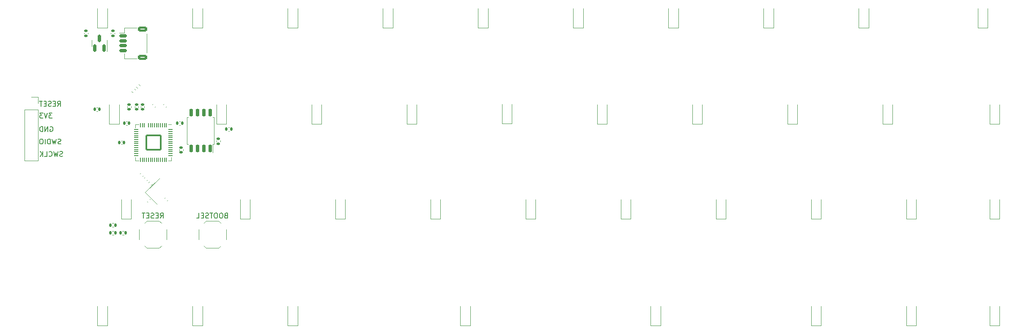
<source format=gbo>
%TF.GenerationSoftware,KiCad,Pcbnew,7.0.6*%
%TF.CreationDate,2023-07-16T16:10:07-04:00*%
%TF.ProjectId,cutiepie2040-hotswap,63757469-6570-4696-9532-3034302d686f,rev?*%
%TF.SameCoordinates,PX2d6b3a0PY6f46b48*%
%TF.FileFunction,Legend,Bot*%
%TF.FilePolarity,Positive*%
%FSLAX46Y46*%
G04 Gerber Fmt 4.6, Leading zero omitted, Abs format (unit mm)*
G04 Created by KiCad (PCBNEW 7.0.6) date 2023-07-16 16:10:07*
%MOMM*%
%LPD*%
G01*
G04 APERTURE LIST*
G04 Aperture macros list*
%AMRoundRect*
0 Rectangle with rounded corners*
0 $1 Rounding radius*
0 $2 $3 $4 $5 $6 $7 $8 $9 X,Y pos of 4 corners*
0 Add a 4 corners polygon primitive as box body*
4,1,4,$2,$3,$4,$5,$6,$7,$8,$9,$2,$3,0*
0 Add four circle primitives for the rounded corners*
1,1,$1+$1,$2,$3*
1,1,$1+$1,$4,$5*
1,1,$1+$1,$6,$7*
1,1,$1+$1,$8,$9*
0 Add four rect primitives between the rounded corners*
20,1,$1+$1,$2,$3,$4,$5,0*
20,1,$1+$1,$4,$5,$6,$7,0*
20,1,$1+$1,$6,$7,$8,$9,0*
20,1,$1+$1,$8,$9,$2,$3,0*%
%AMRotRect*
0 Rectangle, with rotation*
0 The origin of the aperture is its center*
0 $1 length*
0 $2 width*
0 $3 Rotation angle, in degrees counterclockwise*
0 Add horizontal line*
21,1,$1,$2,0,0,$3*%
G04 Aperture macros list end*
%ADD10C,0.150000*%
%ADD11C,0.120000*%
%ADD12C,1.750000*%
%ADD13C,3.000000*%
%ADD14C,3.987800*%
%ADD15R,2.550000X2.500000*%
%ADD16RoundRect,0.140000X0.021213X-0.219203X0.219203X-0.021213X-0.021213X0.219203X-0.219203X0.021213X0*%
%ADD17R,1.200000X0.900000*%
%ADD18R,1.700000X1.000000*%
%ADD19RoundRect,0.135000X0.035355X-0.226274X0.226274X-0.035355X-0.035355X0.226274X-0.226274X0.035355X0*%
%ADD20RoundRect,0.135000X-0.135000X-0.185000X0.135000X-0.185000X0.135000X0.185000X-0.135000X0.185000X0*%
%ADD21RoundRect,0.135000X0.185000X-0.135000X0.185000X0.135000X-0.185000X0.135000X-0.185000X-0.135000X0*%
%ADD22RoundRect,0.140000X0.170000X-0.140000X0.170000X0.140000X-0.170000X0.140000X-0.170000X-0.140000X0*%
%ADD23C,3.048000*%
%ADD24RoundRect,0.140000X-0.170000X0.140000X-0.170000X-0.140000X0.170000X-0.140000X0.170000X0.140000X0*%
%ADD25RoundRect,0.140000X0.140000X0.170000X-0.140000X0.170000X-0.140000X-0.170000X0.140000X-0.170000X0*%
%ADD26RoundRect,0.135000X-0.226274X-0.035355X-0.035355X-0.226274X0.226274X0.035355X0.035355X0.226274X0*%
%ADD27R,2.550000X2.000000*%
%ADD28RoundRect,0.140000X-0.021213X0.219203X-0.219203X0.021213X0.021213X-0.219203X0.219203X-0.021213X0*%
%ADD29RoundRect,0.140000X-0.140000X-0.170000X0.140000X-0.170000X0.140000X0.170000X-0.140000X0.170000X0*%
%ADD30RoundRect,0.150000X0.150000X-0.587500X0.150000X0.587500X-0.150000X0.587500X-0.150000X-0.587500X0*%
%ADD31RoundRect,0.150000X0.150000X-0.650000X0.150000X0.650000X-0.150000X0.650000X-0.150000X-0.650000X0*%
%ADD32RoundRect,0.050000X0.387500X0.050000X-0.387500X0.050000X-0.387500X-0.050000X0.387500X-0.050000X0*%
%ADD33RoundRect,0.050000X0.050000X0.387500X-0.050000X0.387500X-0.050000X-0.387500X0.050000X-0.387500X0*%
%ADD34RoundRect,0.144000X1.456000X1.456000X-1.456000X1.456000X-1.456000X-1.456000X1.456000X-1.456000X0*%
%ADD35R,1.700000X1.700000*%
%ADD36O,1.700000X1.700000*%
%ADD37RoundRect,0.140000X0.219203X0.021213X0.021213X0.219203X-0.219203X-0.021213X-0.021213X-0.219203X0*%
%ADD38RoundRect,0.150000X-0.625000X0.150000X-0.625000X-0.150000X0.625000X-0.150000X0.625000X0.150000X0*%
%ADD39RoundRect,0.229167X-0.670833X0.320833X-0.670833X-0.320833X0.670833X-0.320833X0.670833X0.320833X0*%
%ADD40RotRect,1.400000X1.200000X45.000000*%
G04 APERTURE END LIST*
D10*
X6000606Y48765615D02*
X5381559Y48765615D01*
X5381559Y48765615D02*
X5714892Y48384663D01*
X5714892Y48384663D02*
X5572035Y48384663D01*
X5572035Y48384663D02*
X5476797Y48337044D01*
X5476797Y48337044D02*
X5429178Y48289425D01*
X5429178Y48289425D02*
X5381559Y48194187D01*
X5381559Y48194187D02*
X5381559Y47956092D01*
X5381559Y47956092D02*
X5429178Y47860854D01*
X5429178Y47860854D02*
X5476797Y47813234D01*
X5476797Y47813234D02*
X5572035Y47765615D01*
X5572035Y47765615D02*
X5857749Y47765615D01*
X5857749Y47765615D02*
X5952987Y47813234D01*
X5952987Y47813234D02*
X6000606Y47860854D01*
X5095844Y48765615D02*
X4762511Y47765615D01*
X4762511Y47765615D02*
X4429178Y48765615D01*
X4191082Y48765615D02*
X3572035Y48765615D01*
X3572035Y48765615D02*
X3905368Y48384663D01*
X3905368Y48384663D02*
X3762511Y48384663D01*
X3762511Y48384663D02*
X3667273Y48337044D01*
X3667273Y48337044D02*
X3619654Y48289425D01*
X3619654Y48289425D02*
X3572035Y48194187D01*
X3572035Y48194187D02*
X3572035Y47956092D01*
X3572035Y47956092D02*
X3619654Y47860854D01*
X3619654Y47860854D02*
X3667273Y47813234D01*
X3667273Y47813234D02*
X3762511Y47765615D01*
X3762511Y47765615D02*
X4048225Y47765615D01*
X4048225Y47765615D02*
X4143463Y47813234D01*
X4143463Y47813234D02*
X4191082Y47860854D01*
X7107864Y50146871D02*
X7441197Y50623062D01*
X7679292Y50146871D02*
X7679292Y51146871D01*
X7679292Y51146871D02*
X7298340Y51146871D01*
X7298340Y51146871D02*
X7203102Y51099252D01*
X7203102Y51099252D02*
X7155483Y51051633D01*
X7155483Y51051633D02*
X7107864Y50956395D01*
X7107864Y50956395D02*
X7107864Y50813538D01*
X7107864Y50813538D02*
X7155483Y50718300D01*
X7155483Y50718300D02*
X7203102Y50670681D01*
X7203102Y50670681D02*
X7298340Y50623062D01*
X7298340Y50623062D02*
X7679292Y50623062D01*
X6679292Y50670681D02*
X6345959Y50670681D01*
X6203102Y50146871D02*
X6679292Y50146871D01*
X6679292Y50146871D02*
X6679292Y51146871D01*
X6679292Y51146871D02*
X6203102Y51146871D01*
X5822149Y50194490D02*
X5679292Y50146871D01*
X5679292Y50146871D02*
X5441197Y50146871D01*
X5441197Y50146871D02*
X5345959Y50194490D01*
X5345959Y50194490D02*
X5298340Y50242110D01*
X5298340Y50242110D02*
X5250721Y50337348D01*
X5250721Y50337348D02*
X5250721Y50432586D01*
X5250721Y50432586D02*
X5298340Y50527824D01*
X5298340Y50527824D02*
X5345959Y50575443D01*
X5345959Y50575443D02*
X5441197Y50623062D01*
X5441197Y50623062D02*
X5631673Y50670681D01*
X5631673Y50670681D02*
X5726911Y50718300D01*
X5726911Y50718300D02*
X5774530Y50765919D01*
X5774530Y50765919D02*
X5822149Y50861157D01*
X5822149Y50861157D02*
X5822149Y50956395D01*
X5822149Y50956395D02*
X5774530Y51051633D01*
X5774530Y51051633D02*
X5726911Y51099252D01*
X5726911Y51099252D02*
X5631673Y51146871D01*
X5631673Y51146871D02*
X5393578Y51146871D01*
X5393578Y51146871D02*
X5250721Y51099252D01*
X4822149Y50670681D02*
X4488816Y50670681D01*
X4345959Y50146871D02*
X4822149Y50146871D01*
X4822149Y50146871D02*
X4822149Y51146871D01*
X4822149Y51146871D02*
X4345959Y51146871D01*
X4060244Y51146871D02*
X3488816Y51146871D01*
X3774530Y50146871D02*
X3774530Y51146871D01*
X5611784Y46039083D02*
X5707022Y46086702D01*
X5707022Y46086702D02*
X5849879Y46086702D01*
X5849879Y46086702D02*
X5992736Y46039083D01*
X5992736Y46039083D02*
X6087974Y45943845D01*
X6087974Y45943845D02*
X6135593Y45848607D01*
X6135593Y45848607D02*
X6183212Y45658131D01*
X6183212Y45658131D02*
X6183212Y45515274D01*
X6183212Y45515274D02*
X6135593Y45324798D01*
X6135593Y45324798D02*
X6087974Y45229560D01*
X6087974Y45229560D02*
X5992736Y45134321D01*
X5992736Y45134321D02*
X5849879Y45086702D01*
X5849879Y45086702D02*
X5754641Y45086702D01*
X5754641Y45086702D02*
X5611784Y45134321D01*
X5611784Y45134321D02*
X5564165Y45181941D01*
X5564165Y45181941D02*
X5564165Y45515274D01*
X5564165Y45515274D02*
X5754641Y45515274D01*
X5135593Y45086702D02*
X5135593Y46086702D01*
X5135593Y46086702D02*
X4564165Y45086702D01*
X4564165Y45086702D02*
X4564165Y46086702D01*
X4087974Y45086702D02*
X4087974Y46086702D01*
X4087974Y46086702D02*
X3849879Y46086702D01*
X3849879Y46086702D02*
X3707022Y46039083D01*
X3707022Y46039083D02*
X3611784Y45943845D01*
X3611784Y45943845D02*
X3564165Y45848607D01*
X3564165Y45848607D02*
X3516546Y45658131D01*
X3516546Y45658131D02*
X3516546Y45515274D01*
X3516546Y45515274D02*
X3564165Y45324798D01*
X3564165Y45324798D02*
X3611784Y45229560D01*
X3611784Y45229560D02*
X3707022Y45134321D01*
X3707022Y45134321D02*
X3849879Y45086702D01*
X3849879Y45086702D02*
X4087974Y45086702D01*
X8111784Y40130594D02*
X7968927Y40082975D01*
X7968927Y40082975D02*
X7730832Y40082975D01*
X7730832Y40082975D02*
X7635594Y40130594D01*
X7635594Y40130594D02*
X7587975Y40178214D01*
X7587975Y40178214D02*
X7540356Y40273452D01*
X7540356Y40273452D02*
X7540356Y40368690D01*
X7540356Y40368690D02*
X7587975Y40463928D01*
X7587975Y40463928D02*
X7635594Y40511547D01*
X7635594Y40511547D02*
X7730832Y40559166D01*
X7730832Y40559166D02*
X7921308Y40606785D01*
X7921308Y40606785D02*
X8016546Y40654404D01*
X8016546Y40654404D02*
X8064165Y40702023D01*
X8064165Y40702023D02*
X8111784Y40797261D01*
X8111784Y40797261D02*
X8111784Y40892499D01*
X8111784Y40892499D02*
X8064165Y40987737D01*
X8064165Y40987737D02*
X8016546Y41035356D01*
X8016546Y41035356D02*
X7921308Y41082975D01*
X7921308Y41082975D02*
X7683213Y41082975D01*
X7683213Y41082975D02*
X7540356Y41035356D01*
X7207022Y41082975D02*
X6968927Y40082975D01*
X6968927Y40082975D02*
X6778451Y40797261D01*
X6778451Y40797261D02*
X6587975Y40082975D01*
X6587975Y40082975D02*
X6349880Y41082975D01*
X5397499Y40178214D02*
X5445118Y40130594D01*
X5445118Y40130594D02*
X5587975Y40082975D01*
X5587975Y40082975D02*
X5683213Y40082975D01*
X5683213Y40082975D02*
X5826070Y40130594D01*
X5826070Y40130594D02*
X5921308Y40225833D01*
X5921308Y40225833D02*
X5968927Y40321071D01*
X5968927Y40321071D02*
X6016546Y40511547D01*
X6016546Y40511547D02*
X6016546Y40654404D01*
X6016546Y40654404D02*
X5968927Y40844880D01*
X5968927Y40844880D02*
X5921308Y40940118D01*
X5921308Y40940118D02*
X5826070Y41035356D01*
X5826070Y41035356D02*
X5683213Y41082975D01*
X5683213Y41082975D02*
X5587975Y41082975D01*
X5587975Y41082975D02*
X5445118Y41035356D01*
X5445118Y41035356D02*
X5397499Y40987737D01*
X4492737Y40082975D02*
X4968927Y40082975D01*
X4968927Y40082975D02*
X4968927Y41082975D01*
X4159403Y40082975D02*
X4159403Y41082975D01*
X3587975Y40082975D02*
X4016546Y40654404D01*
X3587975Y41082975D02*
X4159403Y40511547D01*
X7768926Y42630594D02*
X7626069Y42582975D01*
X7626069Y42582975D02*
X7387974Y42582975D01*
X7387974Y42582975D02*
X7292736Y42630594D01*
X7292736Y42630594D02*
X7245117Y42678214D01*
X7245117Y42678214D02*
X7197498Y42773452D01*
X7197498Y42773452D02*
X7197498Y42868690D01*
X7197498Y42868690D02*
X7245117Y42963928D01*
X7245117Y42963928D02*
X7292736Y43011547D01*
X7292736Y43011547D02*
X7387974Y43059166D01*
X7387974Y43059166D02*
X7578450Y43106785D01*
X7578450Y43106785D02*
X7673688Y43154404D01*
X7673688Y43154404D02*
X7721307Y43202023D01*
X7721307Y43202023D02*
X7768926Y43297261D01*
X7768926Y43297261D02*
X7768926Y43392499D01*
X7768926Y43392499D02*
X7721307Y43487737D01*
X7721307Y43487737D02*
X7673688Y43535356D01*
X7673688Y43535356D02*
X7578450Y43582975D01*
X7578450Y43582975D02*
X7340355Y43582975D01*
X7340355Y43582975D02*
X7197498Y43535356D01*
X6864164Y43582975D02*
X6626069Y42582975D01*
X6626069Y42582975D02*
X6435593Y43297261D01*
X6435593Y43297261D02*
X6245117Y42582975D01*
X6245117Y42582975D02*
X6007022Y43582975D01*
X5626069Y42582975D02*
X5626069Y43582975D01*
X5626069Y43582975D02*
X5387974Y43582975D01*
X5387974Y43582975D02*
X5245117Y43535356D01*
X5245117Y43535356D02*
X5149879Y43440118D01*
X5149879Y43440118D02*
X5102260Y43344880D01*
X5102260Y43344880D02*
X5054641Y43154404D01*
X5054641Y43154404D02*
X5054641Y43011547D01*
X5054641Y43011547D02*
X5102260Y42821071D01*
X5102260Y42821071D02*
X5149879Y42725833D01*
X5149879Y42725833D02*
X5245117Y42630594D01*
X5245117Y42630594D02*
X5387974Y42582975D01*
X5387974Y42582975D02*
X5626069Y42582975D01*
X4626069Y42582975D02*
X4626069Y43582975D01*
X3959403Y43582975D02*
X3768927Y43582975D01*
X3768927Y43582975D02*
X3673689Y43535356D01*
X3673689Y43535356D02*
X3578451Y43440118D01*
X3578451Y43440118D02*
X3530832Y43249642D01*
X3530832Y43249642D02*
X3530832Y42916309D01*
X3530832Y42916309D02*
X3578451Y42725833D01*
X3578451Y42725833D02*
X3673689Y42630594D01*
X3673689Y42630594D02*
X3768927Y42582975D01*
X3768927Y42582975D02*
X3959403Y42582975D01*
X3959403Y42582975D02*
X4054641Y42630594D01*
X4054641Y42630594D02*
X4149879Y42725833D01*
X4149879Y42725833D02*
X4197498Y42916309D01*
X4197498Y42916309D02*
X4197498Y43249642D01*
X4197498Y43249642D02*
X4149879Y43440118D01*
X4149879Y43440118D02*
X4054641Y43535356D01*
X4054641Y43535356D02*
X3959403Y43582975D01*
X27646197Y27703055D02*
X27979530Y28179246D01*
X28217625Y27703055D02*
X28217625Y28703055D01*
X28217625Y28703055D02*
X27836673Y28703055D01*
X27836673Y28703055D02*
X27741435Y28655436D01*
X27741435Y28655436D02*
X27693816Y28607817D01*
X27693816Y28607817D02*
X27646197Y28512579D01*
X27646197Y28512579D02*
X27646197Y28369722D01*
X27646197Y28369722D02*
X27693816Y28274484D01*
X27693816Y28274484D02*
X27741435Y28226865D01*
X27741435Y28226865D02*
X27836673Y28179246D01*
X27836673Y28179246D02*
X28217625Y28179246D01*
X27217625Y28226865D02*
X26884292Y28226865D01*
X26741435Y27703055D02*
X27217625Y27703055D01*
X27217625Y27703055D02*
X27217625Y28703055D01*
X27217625Y28703055D02*
X26741435Y28703055D01*
X26360482Y27750674D02*
X26217625Y27703055D01*
X26217625Y27703055D02*
X25979530Y27703055D01*
X25979530Y27703055D02*
X25884292Y27750674D01*
X25884292Y27750674D02*
X25836673Y27798294D01*
X25836673Y27798294D02*
X25789054Y27893532D01*
X25789054Y27893532D02*
X25789054Y27988770D01*
X25789054Y27988770D02*
X25836673Y28084008D01*
X25836673Y28084008D02*
X25884292Y28131627D01*
X25884292Y28131627D02*
X25979530Y28179246D01*
X25979530Y28179246D02*
X26170006Y28226865D01*
X26170006Y28226865D02*
X26265244Y28274484D01*
X26265244Y28274484D02*
X26312863Y28322103D01*
X26312863Y28322103D02*
X26360482Y28417341D01*
X26360482Y28417341D02*
X26360482Y28512579D01*
X26360482Y28512579D02*
X26312863Y28607817D01*
X26312863Y28607817D02*
X26265244Y28655436D01*
X26265244Y28655436D02*
X26170006Y28703055D01*
X26170006Y28703055D02*
X25931911Y28703055D01*
X25931911Y28703055D02*
X25789054Y28655436D01*
X25360482Y28226865D02*
X25027149Y28226865D01*
X24884292Y27703055D02*
X25360482Y27703055D01*
X25360482Y27703055D02*
X25360482Y28703055D01*
X25360482Y28703055D02*
X24884292Y28703055D01*
X24598577Y28703055D02*
X24027149Y28703055D01*
X24312863Y27703055D02*
X24312863Y28703055D01*
X40790572Y28226865D02*
X40647715Y28179246D01*
X40647715Y28179246D02*
X40600096Y28131627D01*
X40600096Y28131627D02*
X40552477Y28036389D01*
X40552477Y28036389D02*
X40552477Y27893532D01*
X40552477Y27893532D02*
X40600096Y27798294D01*
X40600096Y27798294D02*
X40647715Y27750674D01*
X40647715Y27750674D02*
X40742953Y27703055D01*
X40742953Y27703055D02*
X41123905Y27703055D01*
X41123905Y27703055D02*
X41123905Y28703055D01*
X41123905Y28703055D02*
X40790572Y28703055D01*
X40790572Y28703055D02*
X40695334Y28655436D01*
X40695334Y28655436D02*
X40647715Y28607817D01*
X40647715Y28607817D02*
X40600096Y28512579D01*
X40600096Y28512579D02*
X40600096Y28417341D01*
X40600096Y28417341D02*
X40647715Y28322103D01*
X40647715Y28322103D02*
X40695334Y28274484D01*
X40695334Y28274484D02*
X40790572Y28226865D01*
X40790572Y28226865D02*
X41123905Y28226865D01*
X39933429Y28703055D02*
X39742953Y28703055D01*
X39742953Y28703055D02*
X39647715Y28655436D01*
X39647715Y28655436D02*
X39552477Y28560198D01*
X39552477Y28560198D02*
X39504858Y28369722D01*
X39504858Y28369722D02*
X39504858Y28036389D01*
X39504858Y28036389D02*
X39552477Y27845913D01*
X39552477Y27845913D02*
X39647715Y27750674D01*
X39647715Y27750674D02*
X39742953Y27703055D01*
X39742953Y27703055D02*
X39933429Y27703055D01*
X39933429Y27703055D02*
X40028667Y27750674D01*
X40028667Y27750674D02*
X40123905Y27845913D01*
X40123905Y27845913D02*
X40171524Y28036389D01*
X40171524Y28036389D02*
X40171524Y28369722D01*
X40171524Y28369722D02*
X40123905Y28560198D01*
X40123905Y28560198D02*
X40028667Y28655436D01*
X40028667Y28655436D02*
X39933429Y28703055D01*
X38885810Y28703055D02*
X38695334Y28703055D01*
X38695334Y28703055D02*
X38600096Y28655436D01*
X38600096Y28655436D02*
X38504858Y28560198D01*
X38504858Y28560198D02*
X38457239Y28369722D01*
X38457239Y28369722D02*
X38457239Y28036389D01*
X38457239Y28036389D02*
X38504858Y27845913D01*
X38504858Y27845913D02*
X38600096Y27750674D01*
X38600096Y27750674D02*
X38695334Y27703055D01*
X38695334Y27703055D02*
X38885810Y27703055D01*
X38885810Y27703055D02*
X38981048Y27750674D01*
X38981048Y27750674D02*
X39076286Y27845913D01*
X39076286Y27845913D02*
X39123905Y28036389D01*
X39123905Y28036389D02*
X39123905Y28369722D01*
X39123905Y28369722D02*
X39076286Y28560198D01*
X39076286Y28560198D02*
X38981048Y28655436D01*
X38981048Y28655436D02*
X38885810Y28703055D01*
X38171524Y28703055D02*
X37600096Y28703055D01*
X37885810Y27703055D02*
X37885810Y28703055D01*
X37314381Y27750674D02*
X37171524Y27703055D01*
X37171524Y27703055D02*
X36933429Y27703055D01*
X36933429Y27703055D02*
X36838191Y27750674D01*
X36838191Y27750674D02*
X36790572Y27798294D01*
X36790572Y27798294D02*
X36742953Y27893532D01*
X36742953Y27893532D02*
X36742953Y27988770D01*
X36742953Y27988770D02*
X36790572Y28084008D01*
X36790572Y28084008D02*
X36838191Y28131627D01*
X36838191Y28131627D02*
X36933429Y28179246D01*
X36933429Y28179246D02*
X37123905Y28226865D01*
X37123905Y28226865D02*
X37219143Y28274484D01*
X37219143Y28274484D02*
X37266762Y28322103D01*
X37266762Y28322103D02*
X37314381Y28417341D01*
X37314381Y28417341D02*
X37314381Y28512579D01*
X37314381Y28512579D02*
X37266762Y28607817D01*
X37266762Y28607817D02*
X37219143Y28655436D01*
X37219143Y28655436D02*
X37123905Y28703055D01*
X37123905Y28703055D02*
X36885810Y28703055D01*
X36885810Y28703055D02*
X36742953Y28655436D01*
X36314381Y28226865D02*
X35981048Y28226865D01*
X35838191Y27703055D02*
X36314381Y27703055D01*
X36314381Y27703055D02*
X36314381Y28703055D01*
X36314381Y28703055D02*
X35838191Y28703055D01*
X34933429Y27703055D02*
X35409619Y27703055D01*
X35409619Y27703055D02*
X35409619Y28703055D01*
D11*
%TO.C,C_1V-Decoup2*%
X28244262Y50482340D02*
X28396765Y50634843D01*
X28753379Y49973223D02*
X28905882Y50125726D01*
%TO.C,D6*%
X38885891Y46565862D02*
X38885891Y50465862D01*
X40885891Y46565862D02*
X38885891Y46565862D01*
X40885891Y46565862D02*
X40885891Y50465862D01*
%TO.C,D14*%
X76985923Y46565862D02*
X76985923Y50465862D01*
X78985923Y46565862D02*
X76985923Y46565862D01*
X78985923Y46565862D02*
X78985923Y50465862D01*
%TO.C,C_Crystal1*%
X28500165Y31688195D02*
X28652668Y31840698D01*
X29009282Y31179078D02*
X29161785Y31331581D01*
%TO.C,SW2*%
X23443816Y23407874D02*
X23443816Y25407874D01*
X24493816Y26707874D02*
X24943816Y27157874D01*
X24493816Y22107874D02*
X24943816Y21657874D01*
X24943816Y27157874D02*
X27443816Y27157874D01*
X24943816Y21657874D02*
X27443816Y21657874D01*
X27893816Y26707874D02*
X27443816Y27157874D01*
X27893816Y22107874D02*
X27443816Y21657874D01*
X28943816Y23407874D02*
X28943816Y25407874D01*
%TO.C,D37*%
X193667271Y27515846D02*
X193667271Y31415846D01*
X195667271Y27515846D02*
X193667271Y27515846D01*
X195667271Y27515846D02*
X195667271Y31415846D01*
%TO.C,R_Crystal1*%
X25296504Y34827078D02*
X25513785Y35044359D01*
X25833905Y34289677D02*
X26051186Y34506958D01*
%TO.C,R_Flash2*%
X18003435Y25085531D02*
X18310717Y25085531D01*
X18003435Y24325531D02*
X18310717Y24325531D01*
%TO.C,D17*%
X96035939Y46701801D02*
X96035939Y50601801D01*
X98035939Y46701801D02*
X96035939Y46701801D01*
X98035939Y46701801D02*
X98035939Y50601801D01*
%TO.C,R_Flash1*%
X38910724Y43006624D02*
X38910724Y43313906D01*
X39670724Y43006624D02*
X39670724Y43313906D01*
%TO.C,SW1*%
X35350096Y23407874D02*
X35350096Y25407874D01*
X36400096Y26707874D02*
X36850096Y27157874D01*
X36400096Y22107874D02*
X36850096Y21657874D01*
X36850096Y27157874D02*
X39350096Y27157874D01*
X36850096Y21657874D02*
X39350096Y21657874D01*
X39800096Y26707874D02*
X39350096Y27157874D01*
X39800096Y22107874D02*
X39350096Y21657874D01*
X40850096Y23407874D02*
X40850096Y25407874D01*
%TO.C,R_Flash3*%
X20087035Y25085531D02*
X20394317Y25085531D01*
X20087035Y24325531D02*
X20394317Y24325531D01*
%TO.C,D8*%
X34123387Y6084578D02*
X34123387Y9984578D01*
X36123387Y6084578D02*
X34123387Y6084578D01*
X36123387Y6084578D02*
X36123387Y9984578D01*
%TO.C,D20*%
X110323718Y65913453D02*
X110323718Y69813453D01*
X112323718Y65913453D02*
X110323718Y65913453D01*
X112323718Y65913453D02*
X112323718Y69813453D01*
%TO.C,D15*%
X81748427Y27515846D02*
X81748427Y31415846D01*
X83748427Y27515846D02*
X81748427Y27515846D01*
X83748427Y27515846D02*
X83748427Y31415846D01*
%TO.C,D31*%
X167473499Y65913453D02*
X167473499Y69813453D01*
X169473499Y65913453D02*
X167473499Y65913453D01*
X169473499Y65913453D02*
X169473499Y69813453D01*
%TO.C,C_3V-Decoup2*%
X21071304Y49898540D02*
X21071304Y50114212D01*
X21791304Y49898540D02*
X21791304Y50114212D01*
%TO.C,D13*%
X72223622Y65913453D02*
X72223622Y69813453D01*
X74223622Y65913453D02*
X72223622Y65913453D01*
X74223622Y65913453D02*
X74223622Y69813453D01*
%TO.C,D23*%
X125801589Y6084578D02*
X125801589Y9984578D01*
X127801589Y6084578D02*
X125801589Y6084578D01*
X127801589Y6084578D02*
X127801589Y9984578D01*
%TO.C,C_3V-Decoup7*%
X22559589Y49898540D02*
X22559589Y50114212D01*
X23279589Y49898540D02*
X23279589Y50114212D01*
%TO.C,D32*%
X172236003Y46565862D02*
X172236003Y50465862D01*
X174236003Y46565862D02*
X172236003Y46565862D01*
X174236003Y46565862D02*
X174236003Y50465862D01*
%TO.C,D4*%
X15073371Y6084578D02*
X15073371Y9984578D01*
X17073371Y6084578D02*
X15073371Y6084578D01*
X17073371Y6084578D02*
X17073371Y9984578D01*
%TO.C,C_3V-Decoup9*%
X32209299Y41482159D02*
X32209299Y41266487D01*
X31489299Y41482159D02*
X31489299Y41266487D01*
%TO.C,C_3V-Decoup4*%
X20050855Y42502608D02*
X19835183Y42502608D01*
X20050855Y43222608D02*
X19835183Y43222608D01*
%TO.C,D26*%
X138898475Y27515846D02*
X138898475Y31415846D01*
X140898475Y27515846D02*
X138898475Y27515846D01*
X140898475Y27515846D02*
X140898475Y31415846D01*
%TO.C,D28*%
X153185987Y46565862D02*
X153185987Y50465862D01*
X155185987Y46565862D02*
X153185987Y46565862D01*
X155185987Y46565862D02*
X155185987Y50465862D01*
%TO.C,R_DATA1*%
X23377306Y54550915D02*
X23594587Y54333634D01*
X22839905Y54013514D02*
X23057186Y53796233D01*
%TO.C,C_3V-Decoup8*%
X25111685Y35381681D02*
X24959182Y35229178D01*
X24602568Y35890798D02*
X24450065Y35738295D01*
%TO.C,C_Flash1*%
X41266487Y45901521D02*
X41482159Y45901521D01*
X41266487Y45181521D02*
X41482159Y45181521D01*
%TO.C,D10*%
X57935907Y46565862D02*
X57935907Y50465862D01*
X59935907Y46565862D02*
X57935907Y46565862D01*
X59935907Y46565862D02*
X59935907Y50465862D01*
%TO.C,D35*%
X191286019Y65913453D02*
X191286019Y69813453D01*
X193286019Y65913453D02*
X191286019Y65913453D01*
X193286019Y65913453D02*
X193286019Y69813453D01*
%TO.C,D38*%
X193667271Y6084578D02*
X193667271Y9984578D01*
X195667271Y6084578D02*
X193667271Y6084578D01*
X195667271Y6084578D02*
X195667271Y9984578D01*
%TO.C,D19*%
X87701557Y6084578D02*
X87701557Y9984578D01*
X89701557Y6084578D02*
X87701557Y6084578D01*
X89701557Y6084578D02*
X89701557Y9984578D01*
%TO.C,U3*%
X13918164Y62805627D02*
X13918164Y62155627D01*
X13918164Y62805627D02*
X13918164Y63455627D01*
X17038164Y62805627D02*
X17038164Y61130627D01*
X17038164Y62805627D02*
X17038164Y63455627D01*
%TO.C,D25*%
X134135971Y46565862D02*
X134135971Y50465862D01*
X136135971Y46565862D02*
X134135971Y46565862D01*
X136135971Y46565862D02*
X136135971Y50465862D01*
%TO.C,D11*%
X62698411Y27515846D02*
X62698411Y31415846D01*
X64698411Y27515846D02*
X62698411Y27515846D01*
X64698411Y27515846D02*
X64698411Y31415846D01*
%TO.C,C_1V-Decoup3*%
X24269784Y36223582D02*
X24117281Y36071079D01*
X23760667Y36732699D02*
X23608164Y36580196D01*
%TO.C,D18*%
X100798443Y27515846D02*
X100798443Y31415846D01*
X102798443Y27515846D02*
X100798443Y27515846D01*
X102798443Y27515846D02*
X102798443Y31415846D01*
%TO.C,D34*%
X176998507Y6084578D02*
X176998507Y9984578D01*
X178998507Y6084578D02*
X176998507Y6084578D01*
X178998507Y6084578D02*
X178998507Y9984578D01*
%TO.C,D2*%
X17454623Y46565862D02*
X17454623Y50465862D01*
X19454623Y46565862D02*
X17454623Y46565862D01*
X19454623Y46565862D02*
X19454623Y50465862D01*
%TO.C,D3*%
X19835875Y27515846D02*
X19835875Y31415846D01*
X21835875Y27515846D02*
X19835875Y27515846D01*
X21835875Y27515846D02*
X21835875Y31415846D01*
%TO.C,D29*%
X157948491Y27515846D02*
X157948491Y31415846D01*
X159948491Y27515846D02*
X157948491Y27515846D01*
X159948491Y27515846D02*
X159948491Y31415846D01*
%TO.C,D16*%
X91273670Y65913453D02*
X91273670Y69813453D01*
X93273670Y65913453D02*
X91273670Y65913453D01*
X93273670Y65913453D02*
X93273670Y69813453D01*
%TO.C,C_3V-Decoup6*%
X31443806Y47092149D02*
X31659478Y47092149D01*
X31443806Y46372149D02*
X31659478Y46372149D01*
%TO.C,D30*%
X157948491Y6084578D02*
X157948491Y9984578D01*
X159948491Y6084578D02*
X157948491Y6084578D01*
X159948491Y6084578D02*
X159948491Y9984578D01*
%TO.C,D1*%
X15073478Y65913453D02*
X15073478Y69813453D01*
X17073478Y65913453D02*
X15073478Y65913453D01*
X17073478Y65913453D02*
X17073478Y69813453D01*
%TO.C,C_3V-Decoup1*%
X15106000Y49166376D02*
X14890328Y49166376D01*
X15106000Y49886376D02*
X14890328Y49886376D01*
%TO.C,C_LD1*%
X17797077Y64677791D02*
X17797077Y64893463D01*
X18517077Y64677791D02*
X18517077Y64893463D01*
%TO.C,R_RST1*%
X18003436Y26687874D02*
X18310718Y26687874D01*
X18003436Y25927874D02*
X18310718Y25927874D01*
%TO.C,U2*%
X32993700Y42518984D02*
X33253700Y42518984D01*
X38183700Y42518984D02*
X38183700Y40843984D01*
X38443700Y42518984D02*
X38183700Y42518984D01*
X32993700Y45243984D02*
X32993700Y42518984D01*
X32993700Y45243984D02*
X32993700Y47968984D01*
X38443700Y45243984D02*
X38443700Y42518984D01*
X38443700Y45243984D02*
X38443700Y47968984D01*
X32993700Y47968984D02*
X33253700Y47968984D01*
X38443700Y47968984D02*
X38183700Y47968984D01*
%TO.C,D33*%
X176998507Y27515846D02*
X176998507Y31415846D01*
X178998507Y27515846D02*
X176998507Y27515846D01*
X178998507Y27515846D02*
X178998507Y31415846D01*
%TO.C,D36*%
X193667271Y46565862D02*
X193667271Y50465862D01*
X195667271Y46565862D02*
X193667271Y46565862D01*
X195667271Y46565862D02*
X195667271Y50465862D01*
%TO.C,D7*%
X43648395Y27515846D02*
X43648395Y31415846D01*
X45648395Y27515846D02*
X43648395Y27515846D01*
X45648395Y27515846D02*
X45648395Y31415846D01*
%TO.C,D12*%
X53173403Y6084578D02*
X53173403Y9984578D01*
X55173403Y6084578D02*
X53173403Y6084578D01*
X55173403Y6084578D02*
X55173403Y9984578D01*
%TO.C,C_1V-Decoup1*%
X23750217Y49898540D02*
X23750217Y50114212D01*
X24470217Y49898540D02*
X24470217Y50114212D01*
%TO.C,C_3V-Decoup3*%
X26086790Y50482340D02*
X26239293Y50634843D01*
X26595907Y49973223D02*
X26748410Y50125726D01*
%TO.C,D22*%
X119848459Y27515846D02*
X119848459Y31415846D01*
X121848459Y27515846D02*
X119848459Y27515846D01*
X121848459Y27515846D02*
X121848459Y31415846D01*
%TO.C,U1*%
X29888188Y39252608D02*
X29888188Y39902608D01*
X29238188Y39252608D02*
X29888188Y39252608D01*
X29238188Y46472608D02*
X29888188Y46472608D01*
X23318188Y39252608D02*
X22668188Y39252608D01*
X23318188Y46472608D02*
X22668188Y46472608D01*
X22668188Y39252608D02*
X22668188Y39902608D01*
X22668188Y46472608D02*
X22668188Y45822608D01*
%TO.C,J2*%
X3179880Y39222794D02*
X519880Y39222794D01*
X3179880Y49442794D02*
X3179880Y39222794D01*
X3179880Y49442794D02*
X519880Y49442794D01*
X3179880Y50712794D02*
X3179880Y52042794D01*
X3179880Y52042794D02*
X1849880Y52042794D01*
X519880Y49442794D02*
X519880Y39222794D01*
%TO.C,D27*%
X148423483Y65913453D02*
X148423483Y69813453D01*
X150423483Y65913453D02*
X148423483Y65913453D01*
X150423483Y65913453D02*
X150423483Y69813453D01*
%TO.C,C_Crystal2*%
X25156127Y30887064D02*
X25003624Y31039567D01*
X25665244Y31396181D02*
X25512741Y31548684D01*
%TO.C,D9*%
X53173574Y65913453D02*
X53173574Y69813453D01*
X55173574Y65913453D02*
X53173574Y65913453D01*
X55173574Y65913453D02*
X55173574Y69813453D01*
%TO.C,D24*%
X129373467Y65913453D02*
X129373467Y69813453D01*
X131373467Y65913453D02*
X129373467Y65913453D01*
X131373467Y65913453D02*
X131373467Y69813453D01*
%TO.C,C_3V-Decoup5*%
X21059140Y46372149D02*
X20843468Y46372149D01*
X21059140Y47092149D02*
X20843468Y47092149D01*
%TO.C,R_DATA2*%
X22484335Y53657944D02*
X22701616Y53440663D01*
X21946934Y53120543D02*
X22164215Y52903262D01*
%TO.C,C_LD2*%
X12439251Y64677791D02*
X12439251Y64893463D01*
X13159251Y64677791D02*
X13159251Y64893463D01*
%TO.C,J1*%
X22964880Y65915627D02*
X20464880Y65915627D01*
X20464880Y65915627D02*
X20464880Y64865627D01*
X20464880Y64865627D02*
X19474880Y64865627D01*
X24934880Y64745627D02*
X24934880Y60865627D01*
X22964880Y59695627D02*
X20464880Y59695627D01*
X20464880Y59695627D02*
X20464880Y60745627D01*
%TO.C,D21*%
X115085955Y46565862D02*
X115085955Y50465862D01*
X117085955Y46565862D02*
X115085955Y46565862D01*
X117085955Y46565862D02*
X117085955Y50465862D01*
%TO.C,Y1*%
X24647772Y32864664D02*
X27476199Y35693091D01*
X26981225Y30531211D02*
X24647772Y32864664D01*
%TO.C,D5*%
X34123526Y65913453D02*
X34123526Y69813453D01*
X36123526Y65913453D02*
X34123526Y65913453D01*
X36123526Y65913453D02*
X36123526Y69813453D01*
%TD*%
%LPC*%
D12*
%TO.C,MX35*%
X190817380Y71437794D03*
D13*
X188277380Y76517794D03*
D14*
X185737380Y71437794D03*
D13*
X181927380Y73977794D03*
D12*
X180657380Y71437794D03*
D15*
X178652380Y73977794D03*
X191579380Y76517794D03*
%TD*%
D16*
%TO.C,C_1V-Decoup2*%
X28235661Y49964622D03*
X28914483Y50643444D03*
%TD*%
D12*
%TO.C,MX4*%
X14604880Y14287794D03*
D13*
X12064880Y19367794D03*
D14*
X9524880Y14287794D03*
D13*
X5714880Y16827794D03*
D12*
X4444880Y14287794D03*
D15*
X2439880Y16827794D03*
X15366880Y19367794D03*
%TD*%
D12*
%TO.C,MX1*%
X14604880Y71437794D03*
D13*
X12064880Y76517794D03*
D14*
X9524880Y71437794D03*
D13*
X5714880Y73977794D03*
D12*
X4444880Y71437794D03*
D15*
X2439880Y73977794D03*
X15366880Y76517794D03*
%TD*%
D17*
%TO.C,D6*%
X39885891Y47165862D03*
X39885891Y50465862D03*
%TD*%
%TO.C,D14*%
X77985923Y47165862D03*
X77985923Y50465862D03*
%TD*%
D16*
%TO.C,C_Crystal1*%
X28491564Y31170477D03*
X29170386Y31849299D03*
%TD*%
D18*
%TO.C,SW2*%
X23043816Y22507874D03*
X29343816Y22507874D03*
X23043816Y26307874D03*
X29343816Y26307874D03*
%TD*%
D12*
%TO.C,MX22*%
X119379880Y33337794D03*
D13*
X116839880Y38417794D03*
D14*
X114299880Y33337794D03*
D13*
X110489880Y35877794D03*
D12*
X109219880Y33337794D03*
D15*
X107214880Y35877794D03*
X120141880Y38417794D03*
%TD*%
D17*
%TO.C,D37*%
X194667271Y28115846D03*
X194667271Y31415846D03*
%TD*%
D19*
%TO.C,R_Crystal1*%
X25313221Y34306394D03*
X26034469Y35027642D03*
%TD*%
D12*
%TO.C,MX17*%
X95567380Y52387794D03*
D13*
X93027380Y57467794D03*
D14*
X90487380Y52387794D03*
D13*
X86677380Y54927794D03*
D12*
X85407380Y52387794D03*
D15*
X83402380Y54927794D03*
X96329380Y57467794D03*
%TD*%
D12*
%TO.C,MX2*%
X16986130Y52387794D03*
D13*
X14446130Y57467794D03*
D14*
X11906130Y52387794D03*
D13*
X8096130Y54927794D03*
D12*
X6826130Y52387794D03*
D15*
X4821130Y54927794D03*
X17748130Y57467794D03*
%TD*%
D12*
%TO.C,MX11*%
X62229880Y33337794D03*
D13*
X59689880Y38417794D03*
D14*
X57149880Y33337794D03*
D13*
X53339880Y35877794D03*
D12*
X52069880Y33337794D03*
D15*
X50064880Y35877794D03*
X62991880Y38417794D03*
%TD*%
D20*
%TO.C,R_Flash2*%
X17647076Y24705531D03*
X18667076Y24705531D03*
%TD*%
D12*
%TO.C,MX10*%
X57467380Y52387794D03*
D13*
X54927380Y57467794D03*
D14*
X52387380Y52387794D03*
D13*
X48577380Y54927794D03*
D12*
X47307380Y52387794D03*
D15*
X45302380Y54927794D03*
X58229380Y57467794D03*
%TD*%
D12*
%TO.C,MX18*%
X100329880Y33337794D03*
D13*
X97789880Y38417794D03*
D14*
X95249880Y33337794D03*
D13*
X91439880Y35877794D03*
D12*
X90169880Y33337794D03*
D15*
X88164880Y35877794D03*
X101091880Y38417794D03*
%TD*%
D17*
%TO.C,D17*%
X97035939Y47301801D03*
X97035939Y50601801D03*
%TD*%
D12*
%TO.C,MX30*%
X157479880Y14287794D03*
D13*
X154939880Y19367794D03*
D14*
X152399880Y14287794D03*
D13*
X148589880Y16827794D03*
D12*
X147319880Y14287794D03*
D15*
X145314880Y16827794D03*
X158241880Y19367794D03*
%TD*%
D21*
%TO.C,R_Flash1*%
X39290724Y42650265D03*
X39290724Y43670265D03*
%TD*%
D18*
%TO.C,SW1*%
X34950096Y22507874D03*
X41250096Y22507874D03*
X34950096Y26307874D03*
X41250096Y26307874D03*
%TD*%
D20*
%TO.C,R_Flash3*%
X19730676Y24705531D03*
X20750676Y24705531D03*
%TD*%
D17*
%TO.C,D8*%
X35123387Y6684578D03*
X35123387Y9984578D03*
%TD*%
%TO.C,D20*%
X111323718Y66513453D03*
X111323718Y69813453D03*
%TD*%
%TO.C,D15*%
X82748427Y28115846D03*
X82748427Y31415846D03*
%TD*%
%TO.C,D31*%
X168473499Y66513453D03*
X168473499Y69813453D03*
%TD*%
D22*
%TO.C,C_3V-Decoup2*%
X21431304Y49526376D03*
X21431304Y50486376D03*
%TD*%
D23*
%TO.C,MX23*%
X131000380Y2540024D03*
D14*
X131000380Y17780024D03*
D12*
X124142380Y9525024D03*
D13*
X121602380Y14605024D03*
D14*
X119062380Y9525024D03*
D13*
X115252380Y12065024D03*
D12*
X113982380Y9525024D03*
D23*
X107124380Y2540024D03*
D14*
X107124380Y17780024D03*
D15*
X111977380Y12065024D03*
X124904380Y14605024D03*
%TD*%
D17*
%TO.C,D13*%
X73223622Y66513453D03*
X73223622Y69813453D03*
%TD*%
%TO.C,D23*%
X126801589Y6684578D03*
X126801589Y9984578D03*
%TD*%
D12*
%TO.C,MX33*%
X176529880Y33337794D03*
D13*
X173989880Y38417794D03*
D14*
X171449880Y33337794D03*
D13*
X167639880Y35877794D03*
D12*
X166369880Y33337794D03*
D15*
X164364880Y35877794D03*
X177291880Y38417794D03*
%TD*%
D22*
%TO.C,C_3V-Decoup7*%
X22919589Y49526376D03*
X22919589Y50486376D03*
%TD*%
D17*
%TO.C,D32*%
X173236003Y47165862D03*
X173236003Y50465862D03*
%TD*%
%TO.C,D4*%
X16073371Y6684578D03*
X16073371Y9984578D03*
%TD*%
D12*
%TO.C,MX13*%
X71754880Y71437794D03*
D13*
X69214880Y76517794D03*
D14*
X66674880Y71437794D03*
D13*
X62864880Y73977794D03*
D12*
X61594880Y71437794D03*
D15*
X59589880Y73977794D03*
X72516880Y76517794D03*
%TD*%
D24*
%TO.C,C_3V-Decoup9*%
X31849299Y41854323D03*
X31849299Y40894323D03*
%TD*%
D25*
%TO.C,C_3V-Decoup4*%
X20423019Y42862608D03*
X19463019Y42862608D03*
%TD*%
D17*
%TO.C,D26*%
X139898475Y28115846D03*
X139898475Y31415846D03*
%TD*%
D12*
%TO.C,MX29*%
X157479880Y33337794D03*
D13*
X154939880Y38417794D03*
D14*
X152399880Y33337794D03*
D13*
X148589880Y35877794D03*
D12*
X147319880Y33337794D03*
D15*
X145314880Y35877794D03*
X158241880Y38417794D03*
%TD*%
D17*
%TO.C,D28*%
X154185987Y47165862D03*
X154185987Y50465862D03*
%TD*%
D12*
%TO.C,MX15*%
X81279880Y33337794D03*
D13*
X78739880Y38417794D03*
D14*
X76199880Y33337794D03*
D13*
X72389880Y35877794D03*
D12*
X71119880Y33337794D03*
D15*
X69114880Y35877794D03*
X82041880Y38417794D03*
%TD*%
D26*
%TO.C,R_DATA1*%
X22856622Y54534198D03*
X23577870Y53812950D03*
%TD*%
D23*
%TO.C,MX39*%
X128587380Y2540024D03*
D14*
X128587380Y17780024D03*
D12*
X105092380Y9525024D03*
D13*
X102552380Y14605024D03*
D14*
X100012380Y9525024D03*
D13*
X96202380Y12065024D03*
D12*
X94932380Y9525024D03*
D23*
X71437380Y2540024D03*
D14*
X71437380Y17780024D03*
D15*
X92927380Y12065024D03*
D27*
X105854380Y14605024D03*
%TD*%
D12*
%TO.C,MX14*%
X76517380Y52387794D03*
D13*
X73977380Y57467794D03*
D14*
X71437380Y52387794D03*
D13*
X67627380Y54927794D03*
D12*
X66357380Y52387794D03*
D15*
X64352380Y54927794D03*
X77279380Y57467794D03*
%TD*%
D12*
%TO.C,MX16*%
X90804880Y71437794D03*
D13*
X88264880Y76517794D03*
D14*
X85724880Y71437794D03*
D13*
X81914880Y73977794D03*
D12*
X80644880Y71437794D03*
D15*
X78639880Y73977794D03*
X91566880Y76517794D03*
%TD*%
D12*
%TO.C,MX5*%
X33654880Y71437794D03*
D13*
X31114880Y76517794D03*
D14*
X28574880Y71437794D03*
D13*
X24764880Y73977794D03*
D12*
X23494880Y71437794D03*
D15*
X21489880Y73977794D03*
X34416880Y76517794D03*
%TD*%
D28*
%TO.C,C_3V-Decoup8*%
X25120286Y35899399D03*
X24441464Y35220577D03*
%TD*%
D12*
%TO.C,MX24*%
X128904880Y71437794D03*
D13*
X126364880Y76517794D03*
D14*
X123824880Y71437794D03*
D13*
X120014880Y73977794D03*
D12*
X118744880Y71437794D03*
D15*
X116739880Y73977794D03*
X129666880Y76517794D03*
%TD*%
D29*
%TO.C,C_Flash1*%
X40894323Y45541521D03*
X41854323Y45541521D03*
%TD*%
D12*
%TO.C,MX21*%
X114617380Y52387794D03*
D13*
X112077380Y57467794D03*
D14*
X109537380Y52387794D03*
D13*
X105727380Y54927794D03*
D12*
X104457380Y52387794D03*
D15*
X102452380Y54927794D03*
X115379380Y57467794D03*
%TD*%
D12*
%TO.C,MX32*%
X171767380Y52387794D03*
D13*
X169227380Y57467794D03*
D14*
X166687380Y52387794D03*
D13*
X162877380Y54927794D03*
D12*
X161607380Y52387794D03*
D15*
X159602380Y54927794D03*
X172529380Y57467794D03*
%TD*%
D12*
%TO.C,MX38*%
X195579880Y14287794D03*
D13*
X193039880Y19367794D03*
D14*
X190499880Y14287794D03*
D13*
X186689880Y16827794D03*
D12*
X185419880Y14287794D03*
D15*
X183414880Y16827794D03*
X196341880Y19367794D03*
%TD*%
D17*
%TO.C,D10*%
X58935907Y47165862D03*
X58935907Y50465862D03*
%TD*%
D12*
%TO.C,MX20*%
X109854880Y71437794D03*
D13*
X107314880Y76517794D03*
D14*
X104774880Y71437794D03*
D13*
X100964880Y73977794D03*
D12*
X99694880Y71437794D03*
D15*
X97689880Y73977794D03*
X110616880Y76517794D03*
%TD*%
D17*
%TO.C,D35*%
X192286019Y66513453D03*
X192286019Y69813453D03*
%TD*%
D12*
%TO.C,MX6*%
X38417380Y52387794D03*
D13*
X35877380Y57467794D03*
D14*
X33337380Y52387794D03*
D13*
X29527380Y54927794D03*
D12*
X28257380Y52387794D03*
D15*
X26252380Y54927794D03*
X39179380Y57467794D03*
%TD*%
D17*
%TO.C,D38*%
X194667271Y6684578D03*
X194667271Y9984578D03*
%TD*%
%TO.C,D19*%
X88701557Y6684578D03*
X88701557Y9984578D03*
%TD*%
D30*
%TO.C,U3*%
X16428164Y61868127D03*
X14528164Y61868127D03*
X15478164Y63743127D03*
%TD*%
D12*
%TO.C,MX36*%
X193198630Y52387794D03*
D13*
X190658630Y57467794D03*
D14*
X188118630Y52387794D03*
D13*
X184308630Y54927794D03*
D12*
X183038630Y52387794D03*
D15*
X181033630Y54927794D03*
X193960630Y57467794D03*
%TD*%
D17*
%TO.C,D25*%
X135135971Y47165862D03*
X135135971Y50465862D03*
%TD*%
D12*
%TO.C,MX37*%
X195579880Y33337794D03*
D13*
X193039880Y38417794D03*
D14*
X190499880Y33337794D03*
D13*
X186689880Y35877794D03*
D12*
X185419880Y33337794D03*
D15*
X183414880Y35877794D03*
X196341880Y38417794D03*
%TD*%
D12*
%TO.C,MX8*%
X33654880Y14287794D03*
D13*
X31114880Y19367794D03*
D14*
X28574880Y14287794D03*
D13*
X24764880Y16827794D03*
D12*
X23494880Y14287794D03*
D15*
X21489880Y16827794D03*
X34416880Y19367794D03*
%TD*%
D17*
%TO.C,D11*%
X63698411Y28115846D03*
X63698411Y31415846D03*
%TD*%
D28*
%TO.C,C_1V-Decoup3*%
X24278385Y36741300D03*
X23599563Y36062478D03*
%TD*%
D12*
%TO.C,MX26*%
X138429880Y33337794D03*
D13*
X135889880Y38417794D03*
D14*
X133349880Y33337794D03*
D13*
X129539880Y35877794D03*
D12*
X128269880Y33337794D03*
D15*
X126264880Y35877794D03*
X139191880Y38417794D03*
%TD*%
D17*
%TO.C,D18*%
X101798443Y28115846D03*
X101798443Y31415846D03*
%TD*%
D12*
%TO.C,MX9*%
X52704880Y71437794D03*
D13*
X50164880Y76517794D03*
D14*
X47624880Y71437794D03*
D13*
X43814880Y73977794D03*
D12*
X42544880Y71437794D03*
D15*
X40539880Y73977794D03*
X53466880Y76517794D03*
%TD*%
D17*
%TO.C,D34*%
X177998507Y6684578D03*
X177998507Y9984578D03*
%TD*%
%TO.C,D2*%
X18454623Y47165862D03*
X18454623Y50465862D03*
%TD*%
%TO.C,D3*%
X20835875Y28115846D03*
X20835875Y31415846D03*
%TD*%
%TO.C,D29*%
X158948491Y28115846D03*
X158948491Y31415846D03*
%TD*%
%TO.C,D16*%
X92273670Y66513453D03*
X92273670Y69813453D03*
%TD*%
D29*
%TO.C,C_3V-Decoup6*%
X31071642Y46732149D03*
X32031642Y46732149D03*
%TD*%
D17*
%TO.C,D30*%
X158948491Y6684578D03*
X158948491Y9984578D03*
%TD*%
%TO.C,D1*%
X16073478Y66513453D03*
X16073478Y69813453D03*
%TD*%
D25*
%TO.C,C_3V-Decoup1*%
X15478164Y49526376D03*
X14518164Y49526376D03*
%TD*%
D22*
%TO.C,C_LD1*%
X18157077Y64305627D03*
X18157077Y65265627D03*
%TD*%
D12*
%TO.C,MX7*%
X43179880Y33337794D03*
D13*
X40639880Y38417794D03*
D14*
X38099880Y33337794D03*
D13*
X34289880Y35877794D03*
D12*
X33019880Y33337794D03*
D15*
X31014880Y35877794D03*
X43941880Y38417794D03*
%TD*%
D20*
%TO.C,R_RST1*%
X17647077Y26307874D03*
X18667077Y26307874D03*
%TD*%
D12*
%TO.C,MX12*%
X52704880Y14287794D03*
D13*
X50164880Y19367794D03*
D14*
X47624880Y14287794D03*
D13*
X43814880Y16827794D03*
D12*
X42544880Y14287794D03*
D15*
X40539880Y16827794D03*
X53466880Y19367794D03*
%TD*%
D12*
%TO.C,MX3*%
X19367380Y33337794D03*
D13*
X16827380Y38417794D03*
D14*
X14287380Y33337794D03*
D13*
X10477380Y35877794D03*
D12*
X9207380Y33337794D03*
D15*
X7202380Y35877794D03*
X20129380Y38417794D03*
%TD*%
D31*
%TO.C,U2*%
X37623700Y41643984D03*
X36353700Y41643984D03*
X35083700Y41643984D03*
X33813700Y41643984D03*
X33813700Y48843984D03*
X35083700Y48843984D03*
X36353700Y48843984D03*
X37623700Y48843984D03*
%TD*%
D17*
%TO.C,D33*%
X177998507Y28115846D03*
X177998507Y31415846D03*
%TD*%
%TO.C,D36*%
X194667271Y47165862D03*
X194667271Y50465862D03*
%TD*%
%TO.C,D7*%
X44648395Y28115846D03*
X44648395Y31415846D03*
%TD*%
%TO.C,D12*%
X54173403Y6684578D03*
X54173403Y9984578D03*
%TD*%
D22*
%TO.C,C_1V-Decoup1*%
X24110217Y49526376D03*
X24110217Y50486376D03*
%TD*%
D16*
%TO.C,C_3V-Decoup3*%
X26078189Y49964622D03*
X26757011Y50643444D03*
%TD*%
D12*
%TO.C,MX27*%
X147954880Y71437794D03*
D13*
X145414880Y76517794D03*
D14*
X142874880Y71437794D03*
D13*
X139064880Y73977794D03*
D12*
X137794880Y71437794D03*
D15*
X135789880Y73977794D03*
X148716880Y76517794D03*
%TD*%
D17*
%TO.C,D22*%
X120848459Y28115846D03*
X120848459Y31415846D03*
%TD*%
D32*
%TO.C,U1*%
X29715688Y45462608D03*
X29715688Y45062608D03*
X29715688Y44662608D03*
X29715688Y44262608D03*
X29715688Y43862608D03*
X29715688Y43462608D03*
X29715688Y43062608D03*
X29715688Y42662608D03*
X29715688Y42262608D03*
X29715688Y41862608D03*
X29715688Y41462608D03*
X29715688Y41062608D03*
X29715688Y40662608D03*
X29715688Y40262608D03*
D33*
X28878188Y39425108D03*
X28478188Y39425108D03*
X28078188Y39425108D03*
X27678188Y39425108D03*
X27278188Y39425108D03*
X26878188Y39425108D03*
X26478188Y39425108D03*
X26078188Y39425108D03*
X25678188Y39425108D03*
X25278188Y39425108D03*
X24878188Y39425108D03*
X24478188Y39425108D03*
X24078188Y39425108D03*
X23678188Y39425108D03*
D32*
X22840688Y40262608D03*
X22840688Y40662608D03*
X22840688Y41062608D03*
X22840688Y41462608D03*
X22840688Y41862608D03*
X22840688Y42262608D03*
X22840688Y42662608D03*
X22840688Y43062608D03*
X22840688Y43462608D03*
X22840688Y43862608D03*
X22840688Y44262608D03*
X22840688Y44662608D03*
X22840688Y45062608D03*
X22840688Y45462608D03*
D33*
X23678188Y46300108D03*
X24078188Y46300108D03*
X24478188Y46300108D03*
X25278188Y46300108D03*
X25678188Y46300108D03*
X26078188Y46300108D03*
X26478188Y46300108D03*
X26878188Y46300108D03*
X27278188Y46300108D03*
X27678188Y46300108D03*
X28078188Y46300108D03*
X28478188Y46300108D03*
X28878188Y46300108D03*
D34*
X26278188Y42862608D03*
%TD*%
D35*
%TO.C,J2*%
X1849880Y50712794D03*
D36*
X1849880Y48172794D03*
X1849880Y45632794D03*
X1849880Y43092794D03*
X1849880Y40552794D03*
%TD*%
D17*
%TO.C,D27*%
X149423483Y66513453D03*
X149423483Y69813453D03*
%TD*%
D37*
%TO.C,C_Crystal2*%
X25673845Y30878463D03*
X24995023Y31557285D03*
%TD*%
D12*
%TO.C,MX28*%
X152717380Y52387794D03*
D13*
X150177380Y57467794D03*
D14*
X147637380Y52387794D03*
D13*
X143827380Y54927794D03*
D12*
X142557380Y52387794D03*
D15*
X140552380Y54927794D03*
X153479380Y57467794D03*
%TD*%
D12*
%TO.C,MX25*%
X133667380Y52387794D03*
D13*
X131127380Y57467794D03*
D14*
X128587380Y52387794D03*
D13*
X124777380Y54927794D03*
D12*
X123507380Y52387794D03*
D15*
X121502380Y54927794D03*
X134429380Y57467794D03*
%TD*%
D17*
%TO.C,D9*%
X54173574Y66513453D03*
X54173574Y69813453D03*
%TD*%
%TO.C,D24*%
X130373467Y66513453D03*
X130373467Y69813453D03*
%TD*%
D25*
%TO.C,C_3V-Decoup5*%
X21431304Y46732149D03*
X20471304Y46732149D03*
%TD*%
D26*
%TO.C,R_DATA2*%
X21963651Y53641227D03*
X22684899Y52919979D03*
%TD*%
D12*
%TO.C,MX34*%
X176529880Y14287794D03*
D13*
X173989880Y19367794D03*
D14*
X171449880Y14287794D03*
D13*
X167639880Y16827794D03*
D12*
X166369880Y14287794D03*
D15*
X164364880Y16827794D03*
X177291880Y19367794D03*
%TD*%
D22*
%TO.C,C_LD2*%
X12799251Y64305627D03*
X12799251Y65265627D03*
%TD*%
D38*
%TO.C,J1*%
X20249880Y64305627D03*
X20249880Y63305627D03*
X20249880Y62305627D03*
X20249880Y61305627D03*
D39*
X24124880Y65605627D03*
X24124880Y60005627D03*
%TD*%
D23*
%TO.C,MX19*%
X92900380Y2540294D03*
D14*
X92900380Y17780294D03*
D12*
X86042380Y9525294D03*
D13*
X83502380Y14605294D03*
D14*
X80962380Y9525294D03*
D13*
X77152380Y12065294D03*
D12*
X75882380Y9525294D03*
D23*
X69024380Y2540294D03*
D14*
X69024380Y17780294D03*
D15*
X73877380Y12065294D03*
X86804380Y14605294D03*
%TD*%
D17*
%TO.C,D21*%
X116085955Y47165862D03*
X116085955Y50465862D03*
%TD*%
D40*
%TO.C,Y1*%
X25849854Y32935374D03*
X27405489Y34491009D03*
X28607570Y33288928D03*
X27051935Y31733293D03*
%TD*%
D17*
%TO.C,D5*%
X35123526Y66513453D03*
X35123526Y69813453D03*
%TD*%
D12*
%TO.C,MX31*%
X167004880Y71437794D03*
D13*
X164464880Y76517794D03*
D14*
X161924880Y71437794D03*
D13*
X158114880Y73977794D03*
D12*
X156844880Y71437794D03*
D15*
X154839880Y73977794D03*
X167766880Y76517794D03*
%TD*%
%LPD*%
M02*

</source>
